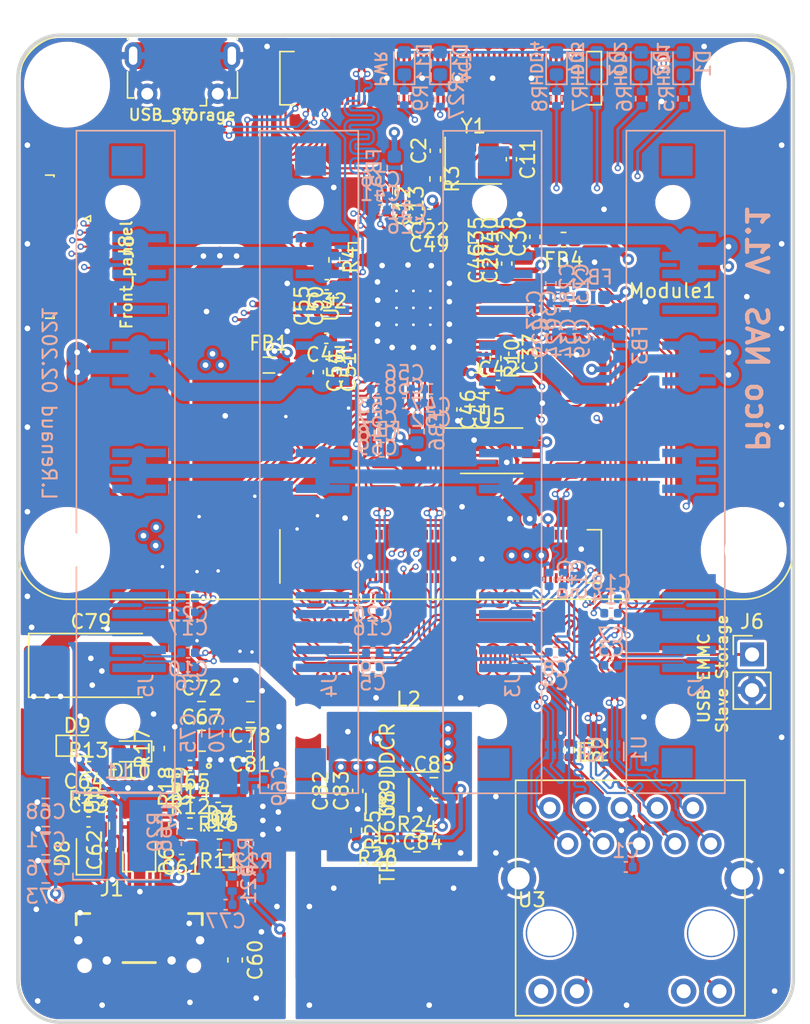
<source format=kicad_pcb>
(kicad_pcb (version 20211014) (generator pcbnew)

  (general
    (thickness 0.99)
  )

  (paper "A4")
  (layers
    (0 "F.Cu" signal)
    (1 "In1.Cu" power)
    (2 "In2.Cu" power)
    (31 "B.Cu" signal)
    (32 "B.Adhes" user "B.Adhesive")
    (33 "F.Adhes" user "F.Adhesive")
    (34 "B.Paste" user)
    (35 "F.Paste" user)
    (36 "B.SilkS" user "B.Silkscreen")
    (37 "F.SilkS" user "F.Silkscreen")
    (38 "B.Mask" user)
    (39 "F.Mask" user)
    (40 "Dwgs.User" user "User.Drawings")
    (41 "Cmts.User" user "User.Comments")
    (42 "Eco1.User" user "User.Eco1")
    (43 "Eco2.User" user "User.Eco2")
    (44 "Edge.Cuts" user)
    (45 "Margin" user)
    (46 "B.CrtYd" user "B.Courtyard")
    (47 "F.CrtYd" user "F.Courtyard")
    (48 "B.Fab" user)
    (49 "F.Fab" user)
    (50 "User.1" user)
    (51 "User.2" user)
    (52 "User.3" user)
    (53 "User.4" user)
    (54 "User.5" user)
    (55 "User.6" user)
    (56 "User.7" user)
    (57 "User.8" user)
    (58 "User.9" user)
  )

  (setup
    (stackup
      (layer "F.SilkS" (type "Top Silk Screen") (color "White"))
      (layer "F.Paste" (type "Top Solder Paste"))
      (layer "F.Mask" (type "Top Solder Mask") (color "Black") (thickness 0.01))
      (layer "F.Cu" (type "copper") (thickness 0.035))
      (layer "dielectric 1" (type "prepreg") (thickness 0.1) (material "FR4") (epsilon_r 4.5) (loss_tangent 0.02))
      (layer "In1.Cu" (type "copper") (thickness 0.0175))
      (layer "dielectric 2" (type "core") (thickness 0.665) (material "FR4") (epsilon_r 4.5) (loss_tangent 0.02))
      (layer "In2.Cu" (type "copper") (thickness 0.0175))
      (layer "dielectric 3" (type "prepreg") (thickness 0.1) (material "FR4") (epsilon_r 4.5) (loss_tangent 0.02))
      (layer "B.Cu" (type "copper") (thickness 0.035))
      (layer "B.Mask" (type "Bottom Solder Mask") (color "Black") (thickness 0.01))
      (layer "B.Paste" (type "Bottom Solder Paste"))
      (layer "B.SilkS" (type "Bottom Silk Screen") (color "White"))
      (copper_finish "None")
      (dielectric_constraints yes)
    )
    (pad_to_mask_clearance 0)
    (aux_axis_origin 171.2 118.5)
    (grid_origin 171.2 118.5)
    (pcbplotparams
      (layerselection 0x00010f0_ffffffff)
      (disableapertmacros false)
      (usegerberextensions false)
      (usegerberattributes true)
      (usegerberadvancedattributes true)
      (creategerberjobfile true)
      (svguseinch false)
      (svgprecision 6)
      (excludeedgelayer true)
      (plotframeref false)
      (viasonmask false)
      (mode 1)
      (useauxorigin true)
      (hpglpennumber 1)
      (hpglpenspeed 20)
      (hpglpendiameter 15.000000)
      (dxfpolygonmode true)
      (dxfimperialunits true)
      (dxfusepcbnewfont true)
      (psnegative false)
      (psa4output false)
      (plotreference false)
      (plotvalue false)
      (plotinvisibletext false)
      (sketchpadsonfab false)
      (subtractmaskfromsilk false)
      (outputformat 1)
      (mirror false)
      (drillshape 0)
      (scaleselection 1)
      (outputdirectory "Gerber/")
    )
  )

  (net 0 "")
  (net 1 "GND")
  (net 2 "Net-(C1-Pad1)")
  (net 3 "Net-(R1-Pad2)")
  (net 4 "/CM4/PCIE_RX_P")
  (net 5 "Net-(R2-Pad2)")
  (net 6 "/CM4/PCIE_RX_N")
  (net 7 "Net-(R21-Pad2)")
  (net 8 "Net-(R22-Pad1)")
  (net 9 "unconnected-(J2-Pad18)")
  (net 10 "unconnected-(J3-Pad18)")
  (net 11 "unconnected-(J4-Pad18)")
  (net 12 "unconnected-(J5-Pad18)")
  (net 13 "/CM4/n_eeprom_en")
  (net 14 "unconnected-(J7-Pad1)")
  (net 15 "/CM4/USB-")
  (net 16 "/CM4/USB+")
  (net 17 "/CM4/OTG_ID")
  (net 18 "/CM4/TRD3+")
  (net 19 "/CM4/TRD1+")
  (net 20 "/CM4/TRD3-")
  (net 21 "/CM4/TRD1-")
  (net 22 "/CM4/TRD2+")
  (net 23 "/CM4/TRD0+")
  (net 24 "/CM4/TRD2-")
  (net 25 "/CM4/TRD0-")
  (net 26 "/CM4/LEDY")
  (net 27 "unconnected-(Module1-Pad16)")
  (net 28 "/CM4/LEDG")
  (net 29 "unconnected-(Module1-Pad18)")
  (net 30 "unconnected-(Module1-Pad19)")
  (net 31 "unconnected-(Module1-Pad20)")
  (net 32 "Net-(D11-Pad1)")
  (net 33 "unconnected-(Module1-Pad24)")
  (net 34 "unconnected-(Module1-Pad25)")
  (net 35 "unconnected-(Module1-Pad26)")
  (net 36 "unconnected-(Module1-Pad27)")
  (net 37 "unconnected-(Module1-Pad28)")
  (net 38 "unconnected-(Module1-Pad29)")
  (net 39 "unconnected-(Module1-Pad30)")
  (net 40 "unconnected-(Module1-Pad31)")
  (net 41 "unconnected-(Module1-Pad34)")
  (net 42 "unconnected-(Module1-Pad35)")
  (net 43 "unconnected-(Module1-Pad36)")
  (net 44 "/CM4/SPI_CLK")
  (net 45 "/CM4/SPI_MISO")
  (net 46 "/CM4/SPI_MOSI")
  (net 47 "/CM4/SPI_EN0")
  (net 48 "unconnected-(Module1-Pad41)")
  (net 49 "/CM4/SPI_EN1")
  (net 50 "unconnected-(Module1-Pad45)")
  (net 51 "unconnected-(Module1-Pad46)")
  (net 52 "unconnected-(Module1-Pad47)")
  (net 53 "unconnected-(Module1-Pad48)")
  (net 54 "unconnected-(Module1-Pad49)")
  (net 55 "unconnected-(Module1-Pad50)")
  (net 56 "unconnected-(Module1-Pad51)")
  (net 57 "unconnected-(Module1-Pad54)")
  (net 58 "unconnected-(Module1-Pad55)")
  (net 59 "unconnected-(Module1-Pad56)")
  (net 60 "unconnected-(Module1-Pad57)")
  (net 61 "unconnected-(Module1-Pad58)")
  (net 62 "unconnected-(Module1-Pad61)")
  (net 63 "unconnected-(Module1-Pad62)")
  (net 64 "unconnected-(Module1-Pad63)")
  (net 65 "unconnected-(Module1-Pad64)")
  (net 66 "unconnected-(Module1-Pad67)")
  (net 67 "unconnected-(Module1-Pad68)")
  (net 68 "unconnected-(Module1-Pad69)")
  (net 69 "unconnected-(Module1-Pad70)")
  (net 70 "unconnected-(Module1-Pad72)")
  (net 71 "unconnected-(Module1-Pad73)")
  (net 72 "unconnected-(Module1-Pad75)")
  (net 73 "Net-(C2-Pad1)")
  (net 74 "/PCIe_sata/TX00+")
  (net 75 "/PCIe_sata/TX0+")
  (net 76 "/PCIe_sata/TX01+")
  (net 77 "/PCIe_sata/TX1+")
  (net 78 "/PCIe_sata/TX02+")
  (net 79 "/PCIe_sata/TX2+")
  (net 80 "/PCIe_sata/TX03+")
  (net 81 "/PCIe_sata/TX3+")
  (net 82 "/PCIe_sata/TX00-")
  (net 83 "/PCIe_sata/TX0-")
  (net 84 "/PCIe_sata/TX01-")
  (net 85 "/PCIe_sata/TX1-")
  (net 86 "/PCIe_sata/TX02-")
  (net 87 "/PCIe_sata/TX2-")
  (net 88 "/PCIe_sata/TX03-")
  (net 89 "/PCIe_sata/TX3-")
  (net 90 "Net-(C11-Pad1)")
  (net 91 "Net-(C12-Pad2)")
  (net 92 "unconnected-(Module1-Pad76)")
  (net 93 "Net-(C13-Pad2)")
  (net 94 "/PCIe_sata/RX00-")
  (net 95 "/PCIe_sata/RX0-")
  (net 96 "/PCIe_sata/RX01-")
  (net 97 "/PCIe_sata/RX1-")
  (net 98 "/PCIe_sata/RX02-")
  (net 99 "/PCIe_sata/RX2-")
  (net 100 "/PCIe_sata/RX03-")
  (net 101 "/PCIe_sata/RX3-")
  (net 102 "/PCIe_sata/RX00+")
  (net 103 "/PCIe_sata/RX0+")
  (net 104 "/PCIe_sata/RX01+")
  (net 105 "/PCIe_sata/RX1+")
  (net 106 "/PCIe_sata/RX02+")
  (net 107 "/PCIe_sata/RX2+")
  (net 108 "/PCIe_sata/RX03+")
  (net 109 "/PCIe_sata/RX3+")
  (net 110 "/PCIe_sata/VAA2_0")
  (net 111 "/PCIe_sata/VAA2_1")
  (net 112 "/PCIe_sata/VAA1")
  (net 113 "/PCIe_sata/AVDD0")
  (net 114 "+3V3")
  (net 115 "/PCIe_sata/VAA2_2")
  (net 116 "/PCIe_sata/VAA2_3")
  (net 117 "Net-(D1-Pad1)")
  (net 118 "Net-(D2-Pad1)")
  (net 119 "Net-(D3-Pad1)")
  (net 120 "Net-(D4-Pad1)")
  (net 121 "+1V0")
  (net 122 "+1V8")
  (net 123 "+12V")
  (net 124 "unconnected-(Module1-Pad78)")
  (net 125 "+5V")
  (net 126 "unconnected-(Module1-Pad80)")
  (net 127 "unconnected-(Module1-Pad82)")
  (net 128 "unconnected-(Module1-Pad89)")
  (net 129 "unconnected-(Module1-Pad91)")
  (net 130 "unconnected-(Module1-Pad92)")
  (net 131 "unconnected-(Module1-Pad94)")
  (net 132 "Net-(D12-Pad1)")
  (net 133 "unconnected-(Module1-Pad96)")
  (net 134 "unconnected-(Module1-Pad97)")
  (net 135 "/CM4/Global_en")
  (net 136 "unconnected-(Module1-Pad100)")
  (net 137 "/CM4/PCIE_CLK_nREQ")
  (net 138 "unconnected-(Module1-Pad104)")
  (net 139 "unconnected-(Module1-Pad106)")
  (net 140 "/CM4/PCIE_nRST")
  (net 141 "/CM4/PCIE_CLK_P")
  (net 142 "unconnected-(Module1-Pad111)")
  (net 143 "/CM4/PCIE_CLK_N")
  (net 144 "unconnected-(Module1-Pad115)")
  (net 145 "unconnected-(Module1-Pad117)")
  (net 146 "unconnected-(Module1-Pad121)")
  (net 147 "/CM4/PCIE_TX_P")
  (net 148 "unconnected-(Module1-Pad123)")
  (net 149 "/CM4/PCIE_TX_N")
  (net 150 "Net-(R3-Pad2)")
  (net 151 "unconnected-(Module1-Pad127)")
  (net 152 "unconnected-(Module1-Pad128)")
  (net 153 "/PCIe_sata/led1")
  (net 154 "/PCIe_sata/led2")
  (net 155 "/PCIe_sata/led3")
  (net 156 "/PCIe_sata/led4")
  (net 157 "Net-(R10-Pad1)")
  (net 158 "unconnected-(Module1-Pad129)")
  (net 159 "unconnected-(Module1-Pad130)")
  (net 160 "unconnected-(Module1-Pad133)")
  (net 161 "unconnected-(Module1-Pad134)")
  (net 162 "unconnected-(Module1-Pad135)")
  (net 163 "unconnected-(Module1-Pad136)")
  (net 164 "unconnected-(Module1-Pad139)")
  (net 165 "unconnected-(Module1-Pad140)")
  (net 166 "unconnected-(Module1-Pad141)")
  (net 167 "unconnected-(Module1-Pad142)")
  (net 168 "unconnected-(Module1-Pad143)")
  (net 169 "unconnected-(Module1-Pad145)")
  (net 170 "unconnected-(Module1-Pad146)")
  (net 171 "unconnected-(Module1-Pad147)")
  (net 172 "unconnected-(Module1-Pad148)")
  (net 173 "unconnected-(Module1-Pad149)")
  (net 174 "unconnected-(Module1-Pad151)")
  (net 175 "unconnected-(Module1-Pad152)")
  (net 176 "unconnected-(Module1-Pad153)")
  (net 177 "unconnected-(Module1-Pad154)")
  (net 178 "unconnected-(Module1-Pad157)")
  (net 179 "unconnected-(Module1-Pad158)")
  (net 180 "unconnected-(Module1-Pad159)")
  (net 181 "unconnected-(Module1-Pad160)")
  (net 182 "unconnected-(Module1-Pad163)")
  (net 183 "unconnected-(Module1-Pad164)")
  (net 184 "unconnected-(Module1-Pad165)")
  (net 185 "unconnected-(Module1-Pad166)")
  (net 186 "unconnected-(Module1-Pad169)")
  (net 187 "unconnected-(Module1-Pad170)")
  (net 188 "unconnected-(Module1-Pad171)")
  (net 189 "unconnected-(Module1-Pad172)")
  (net 190 "unconnected-(Module1-Pad175)")
  (net 191 "unconnected-(Module1-Pad176)")
  (net 192 "unconnected-(Module1-Pad177)")
  (net 193 "unconnected-(Module1-Pad178)")
  (net 194 "unconnected-(Module1-Pad181)")
  (net 195 "unconnected-(Module1-Pad182)")
  (net 196 "unconnected-(Module1-Pad183)")
  (net 197 "unconnected-(Module1-Pad184)")
  (net 198 "unconnected-(Module1-Pad187)")
  (net 199 "unconnected-(Module1-Pad188)")
  (net 200 "unconnected-(Module1-Pad189)")
  (net 201 "unconnected-(Module1-Pad190)")
  (net 202 "unconnected-(Module1-Pad193)")
  (net 203 "unconnected-(Module1-Pad194)")
  (net 204 "unconnected-(Module1-Pad195)")
  (net 205 "unconnected-(Module1-Pad196)")
  (net 206 "unconnected-(Module1-Pad199)")
  (net 207 "unconnected-(Module1-Pad200)")
  (net 208 "/PCIe_sata/SPI_DO")
  (net 209 "/PCIe_sata/SPI_CS")
  (net 210 "/PCIe_sata/SPI_DI")
  (net 211 "Net-(C66-Pad2)")
  (net 212 "Net-(C66-Pad1)")
  (net 213 "Net-(C69-Pad2)")
  (net 214 "Net-(C77-Pad2)")
  (net 215 "Net-(L1-Pad1)")
  (net 216 "/PCIe_sata/SPI_CLK")
  (net 217 "unconnected-(U4-Pad21)")
  (net 218 "unconnected-(U4-Pad38)")
  (net 219 "VBUS")
  (net 220 "Net-(C61-Pad1)")
  (net 221 "Net-(C63-Pad2)")
  (net 222 "Net-(C64-Pad2)")
  (net 223 "Net-(C65-Pad2)")
  (net 224 "Net-(D9-Pad1)")
  (net 225 "Net-(D10-Pad1)")
  (net 226 "/Power/CC1")
  (net 227 "/Power/CC2")
  (net 228 "Net-(Q1-Pad3)")
  (net 229 "/Power/SLC")
  (net 230 "/Power/Vbus_vs_Disch")
  (net 231 "/Power/SDA")
  (net 232 "Net-(R15-Pad1)")
  (net 233 "Net-(R17-Pad1)")
  (net 234 "Net-(R18-Pad2)")
  (net 235 "unconnected-(U4-Pad60)")
  (net 236 "unconnected-(U4-Pad63)")
  (net 237 "unconnected-(U4-Pad64)")
  (net 238 "unconnected-(U4-Pad65)")
  (net 239 "unconnected-(U4-Pad66)")
  (net 240 "unconnected-(U4-Pad67)")
  (net 241 "unconnected-(U4-Pad72)")
  (net 242 "unconnected-(U4-Pad73)")
  (net 243 "unconnected-(U4-Pad74)")
  (net 244 "unconnected-(U4-Pad75)")
  (net 245 "unconnected-(U4-Pad76)")
  (net 246 "unconnected-(U6-Pad3)")
  (net 247 "unconnected-(U6-Pad6)")
  (net 248 "unconnected-(U6-Pad11)")
  (net 249 "unconnected-(U6-Pad15)")
  (net 250 "unconnected-(U6-Pad17)")
  (net 251 "unconnected-(U6-Pad19)")
  (net 252 "VDD")
  (net 253 "unconnected-(U4-Pad35)")
  (net 254 "unconnected-(U4-Pad37)")
  (net 255 "unconnected-(U4-Pad43)")
  (net 256 "unconnected-(U4-Pad46)")
  (net 257 "unconnected-(U4-Pad47)")
  (net 258 "unconnected-(U4-Pad48)")
  (net 259 "unconnected-(U4-Pad49)")
  (net 260 "unconnected-(U4-Pad50)")
  (net 261 "unconnected-(U4-Pad57)")
  (net 262 "Net-(C84-Pad2)")
  (net 263 "Net-(R24-Pad1)")
  (net 264 "Net-(R25-Pad1)")
  (net 265 "Net-(C84-Pad1)")
  (net 266 "unconnected-(U8-Pad5)")
  (net 267 "Net-(Module1-Pad21)")
  (net 268 "Net-(Module1-Pad95)")

  (footprint "Capacitor_SMD:C_0402_1005Metric" (layer "F.Cu") (at 183.5 100.3 180))

  (footprint "Capacitor_SMD:C_0402_1005Metric" (layer "F.Cu") (at 200 104.6 180))

  (footprint "Capacitor_SMD:C_0402_1005Metric" (layer "F.Cu") (at 177.9 106.3 90))

  (footprint "Capacitor_SMD:C_0805_2012Metric" (layer "F.Cu") (at 184.32 96.5))

  (footprint "Resistor_SMD:R_0402_1005Metric" (layer "F.Cu") (at 195.3 104.9 -90))

  (footprint "Capacitor_SMD:C_0402_1005Metric" (layer "F.Cu") (at 207.97 62.8 90))

  (footprint "Capacitor_SMD:C_0402_1005Metric" (layer "F.Cu") (at 206.475 71.1 -90))

  (footprint "Crystal:Crystal_SMD_Abracon_ABM8G-4Pin_3.2x2.5mm" (layer "F.Cu") (at 203.6 57.4))

  (footprint "LED_SMD:LED_0603_1608Metric" (layer "F.Cu") (at 179.3 99.3 180))

  (footprint "Capacitor_SMD:C_0402_1005Metric" (layer "F.Cu") (at 175.97 102.6))

  (footprint "Resistor_SMD:R_0402_1005Metric" (layer "F.Cu") (at 185.5 103.3 180))

  (footprint "Inductor_SMD:L_Coilcraft_XxL4020" (layer "F.Cu") (at 199 98.6))

  (footprint "Capacitor_SMD:C_0402_1005Metric" (layer "F.Cu") (at 204.97 64.7 90))

  (footprint "CM4+NAS:TPS56339DDCR" (layer "F.Cu") (at 197.5 103 -90))

  (footprint "Capacitor_SMD:C_0603_1608Metric" (layer "F.Cu") (at 194.2 102.1 90))

  (footprint "Resistor_SMD:R_0402_1005Metric" (layer "F.Cu") (at 184 101.8 90))

  (footprint "Capacitor_SMD:C_0402_1005Metric" (layer "F.Cu") (at 200.47 62.2 180))

  (footprint "Capacitor_SMD:C_0402_1005Metric" (layer "F.Cu") (at 192.6 72.4 -90))

  (footprint "CM4+NAS:1610" (layer "F.Cu") (at 185.6 107.2 180))

  (footprint "Capacitor_SMD:C_0402_1005Metric" (layer "F.Cu") (at 206.3 57.3 -90))

  (footprint "Resistor_SMD:R_0402_1005Metric" (layer "F.Cu") (at 205.175 71.425 -90))

  (footprint "Connector_PinHeader_2.54mm:PinHeader_1x02_P2.54mm_Vertical" (layer "F.Cu") (at 223.37 92.425))

  (footprint "Resistor_SMD:R_0402_1005Metric" (layer "F.Cu") (at 211.47 99.2 -90))

  (footprint "Resistor_SMD:R_0402_1005Metric" (layer "F.Cu") (at 200.9 58.7 -90))

  (footprint "Capacitor_SMD:C_0402_1005Metric" (layer "F.Cu") (at 205.97 64.7 90))

  (footprint "Capacitor_Tantalum_SMD:CP_EIA-7343-31_Kemet-D" (layer "F.Cu") (at 176.47 93.2))

  (footprint "Capacitor_SMD:C_0402_1005Metric" (layer "F.Cu") (at 193.6 67.7 90))

  (footprint "Capacitor_SMD:C_0603_1608Metric" (layer "F.Cu") (at 182.9 106.1 180))

  (footprint "Resistor_SMD:R_0402_1005Metric" (layer "F.Cu") (at 210.385 99.21 -90))

  (footprint "Connector_FFC-FPC:TE_0-1734839-9_1x09-1MP_P0.5mm_Horizontal" (layer "F.Cu") (at 175.9 63.5 -90))

  (footprint "Capacitor_SMD:C_0805_2012Metric" (layer "F.Cu") (at 184.32 98.55))

  (footprint "Resistor_SMD:R_0402_1005Metric" (layer "F.Cu") (at 193.74 64.44 -90))

  (footprint "Capacitor_SMD:C_0402_1005Metric" (layer "F.Cu") (at 197.45 60.6 -90))

  (footprint "Capacitor_SMD:C_0402_1005Metric" (layer "F.Cu") (at 193.2 66.2 180))

  (footprint "Package_TO_SOT_SMD:SOT-323_SC-70" (layer "F.Cu") (at 179.9 107.1 -90))

  (footprint "Capacitor_SMD:C_0805_2012Metric" (layer "F.Cu") (at 187.77 98.55 180))

  (footprint "Capacitor_SMD:C_0402_1005Metric" (layer "F.Cu") (at 205.37 73.35))

  (footprint "Resistor_SMD:R_0603_1608Metric" (layer "F.Cu") (at 199.6 105.9))

  (footprint "Capacitor_SMD:C_0402_1005Metric" (layer "F.Cu") (at 203.075 75.05 -90))

  (footprint "Capacitor_SMD:C_0402_1005Metric" (layer "F.Cu") (at 193.17 70 180))

  (footprint "Package_DFN_QFN:QFN-24-1EP_4x4mm_P0.5mm_EP2.7x2.7mm" (layer "F.Cu") (at 179.9 102.7 90))

  (footprint "Inductor_SMD:L_0603_1608Metric" (layer "F.Cu") (at 210 63 180))

  (footprint "Resistor_SMD:R_0402_1005Metric" (layer "F.Cu") (at 183.5 104.4))

  (footprint "Capacitor_SMD:C_0603_1608Metric" (layer "F.Cu") (at 186.7 114.1 -90))

  (footprint "CM4+NAS:UDFN6B" (layer "F.Cu") (at 185.9 101.4))

  (footprint "Capacitor_SMD:C_0402_1005Metric" (layer "F.Cu") (at 206.97 62.8 90))

  (footprint "Capacitor_SMD:C_0402_1005Metric" (layer "F.Cu") (at 198.4 60.6 -90))

  (footprint "Capacitor_SMD:C_0402_1005Metric" (layer "F.Cu") (at 200.47 61.2 180))

  (footprint "Capacitor_SMD:C_0805_2012Metric" (layer "F.Cu") (at 200.8 101.9))

  (footprint "Resistor_SMD:R_0402_1005Metric" (layer "F.Cu") (at 176.3 100.4))

  (footprint "Resistor_SMD:R_0402_1005Metric" (layer "F.Cu") (at 183 101.8 90))

  (footprint "Package_SO:TSSOP-8_4.4x3mm_P0.65mm" (layer "F.Cu") (at 204.9 77.975))

  (footprint "Capacitor_SMD:C_0402_1005Metric" (layer "F.Cu") (at 195.4 102.1 90))

  (footprint "Capacitor_SMD:C_0402_1005Metric" (layer "F.Cu") (at 193.6 72.4 -90))

  (footprint "Capacitor_SMD:C_0402_1005Metric" (layer "F.Cu")
    (tedit 5F68FEEE) (tstamp c9827bee-f3f1-442f-8749-56815a931009)
    (at 202.075 75.05 -90)
    (descr "Capacitor SMD 0402 (1005 Metric), square (rectangular) end terminal, IPC_7351 nominal, (Body size source: IPC-SM-782 page 76, https://www.pcb-3d.com/wordpress/wp-content/uploads/ipc-sm-782a_amendment_1_and_2.pdf), generated with kicad-footprint-generator")
    (tags "capacitor")
    (property "MFR" "Murata")
    (property "MPN" "GCM155R71C104KA55D")
    (property "Sheetfile" "PCIe_sata.kicad_sch")
    (property "Sheetname" "PCIe_sata")
    (path "/2c979e14-b388-4161-9e61-0df9b5317aa8/839ee2e1-247c-4cd8-b8a7-858009b1d2cc")
    (attr smd)
    (fp_text reference "C46" (at 0 -1.16 90) (layer "F.SilkS")
      (effects (font (size 1 1) (thickness 0.15)))
      (tstamp fd010b04-a2a5-4f54-a7f0-4bb12891607a)
    )
    (fp_text value "100n" (at 0 1.16 90) (layer "F.Fab")
      (effects (font (size 1 1) (thickness 0.15)))
      (tstamp 40276708-03b4-45be-96b6-32af8f021af2)
    )
    (fp_text user "${REFERENCE}" (at 0 0 90) (layer "F.Fab")
      (effects (font (size 0.25 0.25) (thickness 0.04)))
      (tstamp f54006b1-370f-4df5-8090-0003da0390fd)
    )
    (fp_line (start -0.107836 0.36) (end 0.107836 0.36) (layer "F.SilkS") (width 0.12) (tstam
... [3341958 chars truncated]
</source>
